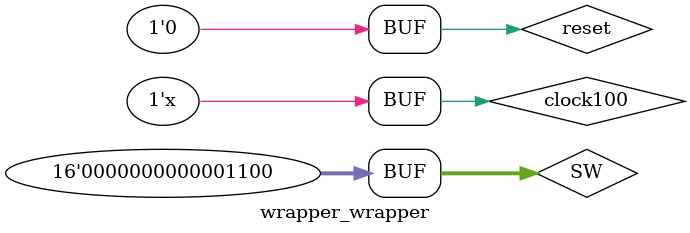
<source format=v>
`timescale 1ns / 1ps


module wrapper_wrapper();
    reg clock100 = 0;
    reg reset = 1;
    always begin
        #20;
        clock100 <= ~clock100;
    end
    initial begin
        #50;
        reset <= 0;
    end
    wire [15:0] LED;
    wire [15:0] SW;
    assign SW = 12;
    Wrapper w(clock100, reset, SW, LED);
endmodule

</source>
